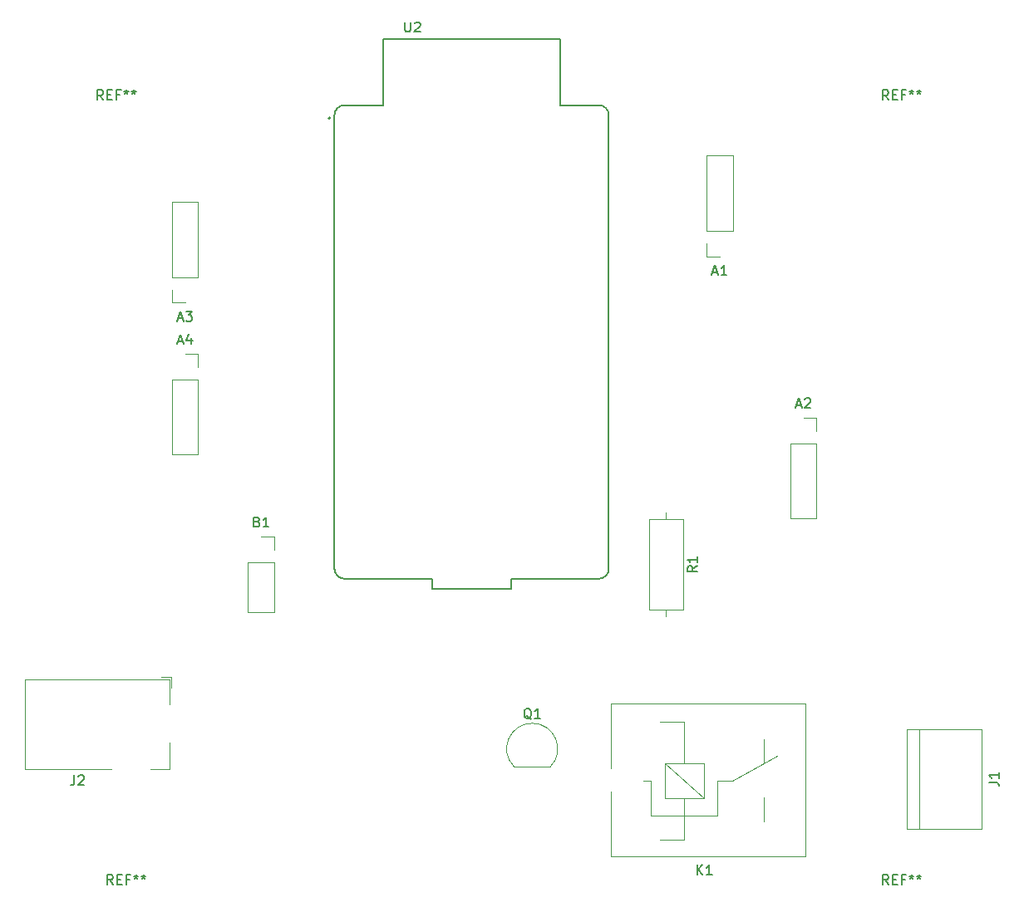
<source format=gbr>
%TF.GenerationSoftware,KiCad,Pcbnew,9.0.0*%
%TF.CreationDate,2025-02-27T14:40:57-05:00*%
%TF.ProjectId,pcb1prototipo,70636231-7072-46f7-946f-7469706f2e6b,rev?*%
%TF.SameCoordinates,Original*%
%TF.FileFunction,Legend,Top*%
%TF.FilePolarity,Positive*%
%FSLAX46Y46*%
G04 Gerber Fmt 4.6, Leading zero omitted, Abs format (unit mm)*
G04 Created by KiCad (PCBNEW 9.0.0) date 2025-02-27 14:40:57*
%MOMM*%
%LPD*%
G01*
G04 APERTURE LIST*
%ADD10C,0.150000*%
%ADD11C,0.120000*%
%ADD12C,0.200000*%
%ADD13C,0.127000*%
G04 APERTURE END LIST*
D10*
X153666666Y-37654819D02*
X153333333Y-37178628D01*
X153095238Y-37654819D02*
X153095238Y-36654819D01*
X153095238Y-36654819D02*
X153476190Y-36654819D01*
X153476190Y-36654819D02*
X153571428Y-36702438D01*
X153571428Y-36702438D02*
X153619047Y-36750057D01*
X153619047Y-36750057D02*
X153666666Y-36845295D01*
X153666666Y-36845295D02*
X153666666Y-36988152D01*
X153666666Y-36988152D02*
X153619047Y-37083390D01*
X153619047Y-37083390D02*
X153571428Y-37131009D01*
X153571428Y-37131009D02*
X153476190Y-37178628D01*
X153476190Y-37178628D02*
X153095238Y-37178628D01*
X154095238Y-37131009D02*
X154428571Y-37131009D01*
X154571428Y-37654819D02*
X154095238Y-37654819D01*
X154095238Y-37654819D02*
X154095238Y-36654819D01*
X154095238Y-36654819D02*
X154571428Y-36654819D01*
X155333333Y-37131009D02*
X155000000Y-37131009D01*
X155000000Y-37654819D02*
X155000000Y-36654819D01*
X155000000Y-36654819D02*
X155476190Y-36654819D01*
X156000000Y-36654819D02*
X156000000Y-36892914D01*
X155761905Y-36797676D02*
X156000000Y-36892914D01*
X156000000Y-36892914D02*
X156238095Y-36797676D01*
X155857143Y-37083390D02*
X156000000Y-36892914D01*
X156000000Y-36892914D02*
X156142857Y-37083390D01*
X156761905Y-36654819D02*
X156761905Y-36892914D01*
X156523810Y-36797676D02*
X156761905Y-36892914D01*
X156761905Y-36892914D02*
X157000000Y-36797676D01*
X156619048Y-37083390D02*
X156761905Y-36892914D01*
X156761905Y-36892914D02*
X156904762Y-37083390D01*
X81285714Y-59939104D02*
X81761904Y-59939104D01*
X81190476Y-60224819D02*
X81523809Y-59224819D01*
X81523809Y-59224819D02*
X81857142Y-60224819D01*
X82095238Y-59224819D02*
X82714285Y-59224819D01*
X82714285Y-59224819D02*
X82380952Y-59605771D01*
X82380952Y-59605771D02*
X82523809Y-59605771D01*
X82523809Y-59605771D02*
X82619047Y-59653390D01*
X82619047Y-59653390D02*
X82666666Y-59701009D01*
X82666666Y-59701009D02*
X82714285Y-59796247D01*
X82714285Y-59796247D02*
X82714285Y-60034342D01*
X82714285Y-60034342D02*
X82666666Y-60129580D01*
X82666666Y-60129580D02*
X82619047Y-60177200D01*
X82619047Y-60177200D02*
X82523809Y-60224819D01*
X82523809Y-60224819D02*
X82238095Y-60224819D01*
X82238095Y-60224819D02*
X82142857Y-60177200D01*
X82142857Y-60177200D02*
X82095238Y-60129580D01*
X104405595Y-29722319D02*
X104405595Y-30531842D01*
X104405595Y-30531842D02*
X104453214Y-30627080D01*
X104453214Y-30627080D02*
X104500833Y-30674700D01*
X104500833Y-30674700D02*
X104596071Y-30722319D01*
X104596071Y-30722319D02*
X104786547Y-30722319D01*
X104786547Y-30722319D02*
X104881785Y-30674700D01*
X104881785Y-30674700D02*
X104929404Y-30627080D01*
X104929404Y-30627080D02*
X104977023Y-30531842D01*
X104977023Y-30531842D02*
X104977023Y-29722319D01*
X105405595Y-29817557D02*
X105453214Y-29769938D01*
X105453214Y-29769938D02*
X105548452Y-29722319D01*
X105548452Y-29722319D02*
X105786547Y-29722319D01*
X105786547Y-29722319D02*
X105881785Y-29769938D01*
X105881785Y-29769938D02*
X105929404Y-29817557D01*
X105929404Y-29817557D02*
X105977023Y-29912795D01*
X105977023Y-29912795D02*
X105977023Y-30008033D01*
X105977023Y-30008033D02*
X105929404Y-30150890D01*
X105929404Y-30150890D02*
X105357976Y-30722319D01*
X105357976Y-30722319D02*
X105977023Y-30722319D01*
X134174819Y-85166666D02*
X133698628Y-85499999D01*
X134174819Y-85738094D02*
X133174819Y-85738094D01*
X133174819Y-85738094D02*
X133174819Y-85357142D01*
X133174819Y-85357142D02*
X133222438Y-85261904D01*
X133222438Y-85261904D02*
X133270057Y-85214285D01*
X133270057Y-85214285D02*
X133365295Y-85166666D01*
X133365295Y-85166666D02*
X133508152Y-85166666D01*
X133508152Y-85166666D02*
X133603390Y-85214285D01*
X133603390Y-85214285D02*
X133651009Y-85261904D01*
X133651009Y-85261904D02*
X133698628Y-85357142D01*
X133698628Y-85357142D02*
X133698628Y-85738094D01*
X134174819Y-84214285D02*
X134174819Y-84785713D01*
X134174819Y-84499999D02*
X133174819Y-84499999D01*
X133174819Y-84499999D02*
X133317676Y-84595237D01*
X133317676Y-84595237D02*
X133412914Y-84690475D01*
X133412914Y-84690475D02*
X133460533Y-84785713D01*
X81285714Y-62279104D02*
X81761904Y-62279104D01*
X81190476Y-62564819D02*
X81523809Y-61564819D01*
X81523809Y-61564819D02*
X81857142Y-62564819D01*
X82619047Y-61898152D02*
X82619047Y-62564819D01*
X82380952Y-61517200D02*
X82142857Y-62231485D01*
X82142857Y-62231485D02*
X82761904Y-62231485D01*
X89340238Y-80661009D02*
X89483095Y-80708628D01*
X89483095Y-80708628D02*
X89530714Y-80756247D01*
X89530714Y-80756247D02*
X89578333Y-80851485D01*
X89578333Y-80851485D02*
X89578333Y-80994342D01*
X89578333Y-80994342D02*
X89530714Y-81089580D01*
X89530714Y-81089580D02*
X89483095Y-81137200D01*
X89483095Y-81137200D02*
X89387857Y-81184819D01*
X89387857Y-81184819D02*
X89006905Y-81184819D01*
X89006905Y-81184819D02*
X89006905Y-80184819D01*
X89006905Y-80184819D02*
X89340238Y-80184819D01*
X89340238Y-80184819D02*
X89435476Y-80232438D01*
X89435476Y-80232438D02*
X89483095Y-80280057D01*
X89483095Y-80280057D02*
X89530714Y-80375295D01*
X89530714Y-80375295D02*
X89530714Y-80470533D01*
X89530714Y-80470533D02*
X89483095Y-80565771D01*
X89483095Y-80565771D02*
X89435476Y-80613390D01*
X89435476Y-80613390D02*
X89340238Y-80661009D01*
X89340238Y-80661009D02*
X89006905Y-80661009D01*
X90530714Y-81184819D02*
X89959286Y-81184819D01*
X90245000Y-81184819D02*
X90245000Y-80184819D01*
X90245000Y-80184819D02*
X90149762Y-80327676D01*
X90149762Y-80327676D02*
X90054524Y-80422914D01*
X90054524Y-80422914D02*
X89959286Y-80470533D01*
X153666666Y-117654819D02*
X153333333Y-117178628D01*
X153095238Y-117654819D02*
X153095238Y-116654819D01*
X153095238Y-116654819D02*
X153476190Y-116654819D01*
X153476190Y-116654819D02*
X153571428Y-116702438D01*
X153571428Y-116702438D02*
X153619047Y-116750057D01*
X153619047Y-116750057D02*
X153666666Y-116845295D01*
X153666666Y-116845295D02*
X153666666Y-116988152D01*
X153666666Y-116988152D02*
X153619047Y-117083390D01*
X153619047Y-117083390D02*
X153571428Y-117131009D01*
X153571428Y-117131009D02*
X153476190Y-117178628D01*
X153476190Y-117178628D02*
X153095238Y-117178628D01*
X154095238Y-117131009D02*
X154428571Y-117131009D01*
X154571428Y-117654819D02*
X154095238Y-117654819D01*
X154095238Y-117654819D02*
X154095238Y-116654819D01*
X154095238Y-116654819D02*
X154571428Y-116654819D01*
X155333333Y-117131009D02*
X155000000Y-117131009D01*
X155000000Y-117654819D02*
X155000000Y-116654819D01*
X155000000Y-116654819D02*
X155476190Y-116654819D01*
X156000000Y-116654819D02*
X156000000Y-116892914D01*
X155761905Y-116797676D02*
X156000000Y-116892914D01*
X156000000Y-116892914D02*
X156238095Y-116797676D01*
X155857143Y-117083390D02*
X156000000Y-116892914D01*
X156000000Y-116892914D02*
X156142857Y-117083390D01*
X156761905Y-116654819D02*
X156761905Y-116892914D01*
X156523810Y-116797676D02*
X156761905Y-116892914D01*
X156761905Y-116892914D02*
X157000000Y-116797676D01*
X156619048Y-117083390D02*
X156761905Y-116892914D01*
X156761905Y-116892914D02*
X156904762Y-117083390D01*
X74666666Y-117654819D02*
X74333333Y-117178628D01*
X74095238Y-117654819D02*
X74095238Y-116654819D01*
X74095238Y-116654819D02*
X74476190Y-116654819D01*
X74476190Y-116654819D02*
X74571428Y-116702438D01*
X74571428Y-116702438D02*
X74619047Y-116750057D01*
X74619047Y-116750057D02*
X74666666Y-116845295D01*
X74666666Y-116845295D02*
X74666666Y-116988152D01*
X74666666Y-116988152D02*
X74619047Y-117083390D01*
X74619047Y-117083390D02*
X74571428Y-117131009D01*
X74571428Y-117131009D02*
X74476190Y-117178628D01*
X74476190Y-117178628D02*
X74095238Y-117178628D01*
X75095238Y-117131009D02*
X75428571Y-117131009D01*
X75571428Y-117654819D02*
X75095238Y-117654819D01*
X75095238Y-117654819D02*
X75095238Y-116654819D01*
X75095238Y-116654819D02*
X75571428Y-116654819D01*
X76333333Y-117131009D02*
X76000000Y-117131009D01*
X76000000Y-117654819D02*
X76000000Y-116654819D01*
X76000000Y-116654819D02*
X76476190Y-116654819D01*
X77000000Y-116654819D02*
X77000000Y-116892914D01*
X76761905Y-116797676D02*
X77000000Y-116892914D01*
X77000000Y-116892914D02*
X77238095Y-116797676D01*
X76857143Y-117083390D02*
X77000000Y-116892914D01*
X77000000Y-116892914D02*
X77142857Y-117083390D01*
X77761905Y-116654819D02*
X77761905Y-116892914D01*
X77523810Y-116797676D02*
X77761905Y-116892914D01*
X77761905Y-116892914D02*
X78000000Y-116797676D01*
X77619048Y-117083390D02*
X77761905Y-116892914D01*
X77761905Y-116892914D02*
X77904762Y-117083390D01*
X70716666Y-106504819D02*
X70716666Y-107219104D01*
X70716666Y-107219104D02*
X70669047Y-107361961D01*
X70669047Y-107361961D02*
X70573809Y-107457200D01*
X70573809Y-107457200D02*
X70430952Y-107504819D01*
X70430952Y-107504819D02*
X70335714Y-107504819D01*
X71145238Y-106600057D02*
X71192857Y-106552438D01*
X71192857Y-106552438D02*
X71288095Y-106504819D01*
X71288095Y-106504819D02*
X71526190Y-106504819D01*
X71526190Y-106504819D02*
X71621428Y-106552438D01*
X71621428Y-106552438D02*
X71669047Y-106600057D01*
X71669047Y-106600057D02*
X71716666Y-106695295D01*
X71716666Y-106695295D02*
X71716666Y-106790533D01*
X71716666Y-106790533D02*
X71669047Y-106933390D01*
X71669047Y-106933390D02*
X71097619Y-107504819D01*
X71097619Y-107504819D02*
X71716666Y-107504819D01*
X135760714Y-55239104D02*
X136236904Y-55239104D01*
X135665476Y-55524819D02*
X135998809Y-54524819D01*
X135998809Y-54524819D02*
X136332142Y-55524819D01*
X137189285Y-55524819D02*
X136617857Y-55524819D01*
X136903571Y-55524819D02*
X136903571Y-54524819D01*
X136903571Y-54524819D02*
X136808333Y-54667676D01*
X136808333Y-54667676D02*
X136713095Y-54762914D01*
X136713095Y-54762914D02*
X136617857Y-54810533D01*
X134161905Y-116654819D02*
X134161905Y-115654819D01*
X134733333Y-116654819D02*
X134304762Y-116083390D01*
X134733333Y-115654819D02*
X134161905Y-116226247D01*
X135685714Y-116654819D02*
X135114286Y-116654819D01*
X135400000Y-116654819D02*
X135400000Y-115654819D01*
X135400000Y-115654819D02*
X135304762Y-115797676D01*
X135304762Y-115797676D02*
X135209524Y-115892914D01*
X135209524Y-115892914D02*
X135114286Y-115940533D01*
X144285714Y-68779104D02*
X144761904Y-68779104D01*
X144190476Y-69064819D02*
X144523809Y-68064819D01*
X144523809Y-68064819D02*
X144857142Y-69064819D01*
X145142857Y-68160057D02*
X145190476Y-68112438D01*
X145190476Y-68112438D02*
X145285714Y-68064819D01*
X145285714Y-68064819D02*
X145523809Y-68064819D01*
X145523809Y-68064819D02*
X145619047Y-68112438D01*
X145619047Y-68112438D02*
X145666666Y-68160057D01*
X145666666Y-68160057D02*
X145714285Y-68255295D01*
X145714285Y-68255295D02*
X145714285Y-68350533D01*
X145714285Y-68350533D02*
X145666666Y-68493390D01*
X145666666Y-68493390D02*
X145095238Y-69064819D01*
X145095238Y-69064819D02*
X145714285Y-69064819D01*
X117274761Y-100790057D02*
X117179523Y-100742438D01*
X117179523Y-100742438D02*
X117084285Y-100647200D01*
X117084285Y-100647200D02*
X116941428Y-100504342D01*
X116941428Y-100504342D02*
X116846190Y-100456723D01*
X116846190Y-100456723D02*
X116750952Y-100456723D01*
X116798571Y-100694819D02*
X116703333Y-100647200D01*
X116703333Y-100647200D02*
X116608095Y-100551961D01*
X116608095Y-100551961D02*
X116560476Y-100361485D01*
X116560476Y-100361485D02*
X116560476Y-100028152D01*
X116560476Y-100028152D02*
X116608095Y-99837676D01*
X116608095Y-99837676D02*
X116703333Y-99742438D01*
X116703333Y-99742438D02*
X116798571Y-99694819D01*
X116798571Y-99694819D02*
X116989047Y-99694819D01*
X116989047Y-99694819D02*
X117084285Y-99742438D01*
X117084285Y-99742438D02*
X117179523Y-99837676D01*
X117179523Y-99837676D02*
X117227142Y-100028152D01*
X117227142Y-100028152D02*
X117227142Y-100361485D01*
X117227142Y-100361485D02*
X117179523Y-100551961D01*
X117179523Y-100551961D02*
X117084285Y-100647200D01*
X117084285Y-100647200D02*
X116989047Y-100694819D01*
X116989047Y-100694819D02*
X116798571Y-100694819D01*
X118179523Y-100694819D02*
X117608095Y-100694819D01*
X117893809Y-100694819D02*
X117893809Y-99694819D01*
X117893809Y-99694819D02*
X117798571Y-99837676D01*
X117798571Y-99837676D02*
X117703333Y-99932914D01*
X117703333Y-99932914D02*
X117608095Y-99980533D01*
X73666666Y-37654819D02*
X73333333Y-37178628D01*
X73095238Y-37654819D02*
X73095238Y-36654819D01*
X73095238Y-36654819D02*
X73476190Y-36654819D01*
X73476190Y-36654819D02*
X73571428Y-36702438D01*
X73571428Y-36702438D02*
X73619047Y-36750057D01*
X73619047Y-36750057D02*
X73666666Y-36845295D01*
X73666666Y-36845295D02*
X73666666Y-36988152D01*
X73666666Y-36988152D02*
X73619047Y-37083390D01*
X73619047Y-37083390D02*
X73571428Y-37131009D01*
X73571428Y-37131009D02*
X73476190Y-37178628D01*
X73476190Y-37178628D02*
X73095238Y-37178628D01*
X74095238Y-37131009D02*
X74428571Y-37131009D01*
X74571428Y-37654819D02*
X74095238Y-37654819D01*
X74095238Y-37654819D02*
X74095238Y-36654819D01*
X74095238Y-36654819D02*
X74571428Y-36654819D01*
X75333333Y-37131009D02*
X75000000Y-37131009D01*
X75000000Y-37654819D02*
X75000000Y-36654819D01*
X75000000Y-36654819D02*
X75476190Y-36654819D01*
X76000000Y-36654819D02*
X76000000Y-36892914D01*
X75761905Y-36797676D02*
X76000000Y-36892914D01*
X76000000Y-36892914D02*
X76238095Y-36797676D01*
X75857143Y-37083390D02*
X76000000Y-36892914D01*
X76000000Y-36892914D02*
X76142857Y-37083390D01*
X76761905Y-36654819D02*
X76761905Y-36892914D01*
X76523810Y-36797676D02*
X76761905Y-36892914D01*
X76761905Y-36892914D02*
X77000000Y-36797676D01*
X76619048Y-37083390D02*
X76761905Y-36892914D01*
X76761905Y-36892914D02*
X76904762Y-37083390D01*
X163884819Y-107223333D02*
X164599104Y-107223333D01*
X164599104Y-107223333D02*
X164741961Y-107270952D01*
X164741961Y-107270952D02*
X164837200Y-107366190D01*
X164837200Y-107366190D02*
X164884819Y-107509047D01*
X164884819Y-107509047D02*
X164884819Y-107604285D01*
X164884819Y-106223333D02*
X164884819Y-106794761D01*
X164884819Y-106509047D02*
X163884819Y-106509047D01*
X163884819Y-106509047D02*
X164027676Y-106604285D01*
X164027676Y-106604285D02*
X164122914Y-106699523D01*
X164122914Y-106699523D02*
X164170533Y-106794761D01*
D11*
%TO.C,A3*%
X80670000Y-55730000D02*
X80670000Y-48050000D01*
X80670000Y-58330000D02*
X80670000Y-57000000D01*
X82000000Y-58330000D02*
X80670000Y-58330000D01*
X83330000Y-48050000D02*
X80670000Y-48050000D01*
X83330000Y-55730000D02*
X80670000Y-55730000D01*
X83330000Y-55730000D02*
X83330000Y-48050000D01*
D12*
%TO.C,U2*%
X96800000Y-39500000D02*
G75*
G02*
X96600000Y-39500000I-100000J0D01*
G01*
X96600000Y-39500000D02*
G75*
G02*
X96800000Y-39500000I100000J0D01*
G01*
D13*
X115250000Y-87465000D02*
X115250000Y-86465000D01*
X107150000Y-87465000D02*
X115250000Y-87465000D01*
X107150000Y-86465000D02*
X107150000Y-87465000D01*
X120200000Y-31465000D02*
X120200000Y-38205000D01*
X102200000Y-31465000D02*
X120200000Y-31465000D01*
X102200000Y-38205000D02*
X102200000Y-31465000D01*
X97230000Y-39205000D02*
G75*
G02*
X98230000Y-38205000I1000000J0D01*
G01*
X124170000Y-38205000D02*
G75*
G02*
X125170000Y-39205000I0J-1000000D01*
G01*
X125170000Y-85465000D02*
G75*
G02*
X124170000Y-86465000I-1000000J0D01*
G01*
X98230000Y-86465000D02*
G75*
G02*
X97230000Y-85465000I0J1000000D01*
G01*
X120200000Y-38205000D02*
X124170000Y-38205000D01*
X98230000Y-38205000D02*
X102200000Y-38205000D01*
X125170000Y-85465000D02*
X125170000Y-39205000D01*
X115250000Y-86465000D02*
X124170000Y-86465000D01*
X98230000Y-86465000D02*
X107150000Y-86465000D01*
X97230000Y-85465000D02*
X97230000Y-39205000D01*
D11*
%TO.C,R1*%
X131000000Y-90310000D02*
X131000000Y-89620000D01*
X129280000Y-89620000D02*
X132720000Y-89620000D01*
X132720000Y-89620000D02*
X132720000Y-80380000D01*
X129280000Y-80380000D02*
X129280000Y-89620000D01*
X132720000Y-80380000D02*
X129280000Y-80380000D01*
X131000000Y-79690000D02*
X131000000Y-80380000D01*
%TO.C,A4*%
X83330000Y-66150000D02*
X83330000Y-73830000D01*
X83330000Y-63550000D02*
X83330000Y-64880000D01*
X82000000Y-63550000D02*
X83330000Y-63550000D01*
X80670000Y-73830000D02*
X83330000Y-73830000D01*
X80670000Y-66150000D02*
X83330000Y-66150000D01*
X80670000Y-66150000D02*
X80670000Y-73830000D01*
%TO.C,B1*%
X91075000Y-84770000D02*
X91075000Y-89910000D01*
X91075000Y-82170000D02*
X91075000Y-83500000D01*
X89745000Y-82170000D02*
X91075000Y-82170000D01*
X88415000Y-89910000D02*
X91075000Y-89910000D01*
X88415000Y-84770000D02*
X91075000Y-84770000D01*
X88415000Y-84770000D02*
X88415000Y-89910000D01*
%TO.C,J2*%
X65700000Y-96700000D02*
X80400000Y-96700000D01*
X65700000Y-105900000D02*
X65700000Y-96700000D01*
X74500000Y-105900000D02*
X65700000Y-105900000D01*
X79550000Y-96500000D02*
X80600000Y-96500000D01*
X80400000Y-96700000D02*
X80400000Y-99300000D01*
X80400000Y-103200000D02*
X80400000Y-105900000D01*
X80400000Y-105900000D02*
X78500000Y-105900000D01*
X80600000Y-97550000D02*
X80600000Y-96500000D01*
%TO.C,A1*%
X135145000Y-51030000D02*
X135145000Y-43350000D01*
X135145000Y-53630000D02*
X135145000Y-52300000D01*
X136475000Y-53630000D02*
X135145000Y-53630000D01*
X137805000Y-43350000D02*
X135145000Y-43350000D01*
X137805000Y-51030000D02*
X135145000Y-51030000D01*
X137805000Y-51030000D02*
X137805000Y-43350000D01*
%TO.C,K1*%
X125400000Y-99200000D02*
X125400000Y-105800000D01*
X125400000Y-99200000D02*
X145200000Y-99200000D01*
X125400000Y-108200000D02*
X125400000Y-114800000D01*
X129450000Y-107050000D02*
X128650000Y-107050000D01*
X129450000Y-107050000D02*
X129450000Y-110650000D01*
X130350000Y-113050000D02*
X132850000Y-113050000D01*
X130850000Y-105250000D02*
X134850000Y-105250000D01*
X130850000Y-108850000D02*
X130850000Y-105250000D01*
X132850000Y-101050000D02*
X130350000Y-101050000D01*
X132850000Y-101050000D02*
X132850000Y-105250000D01*
X132850000Y-108850000D02*
X132850000Y-113050000D01*
X134850000Y-105250000D02*
X134850000Y-108850000D01*
X134850000Y-108850000D02*
X130850000Y-105250000D01*
X134850000Y-108850000D02*
X130850000Y-108850000D01*
X136250000Y-107050000D02*
X136250000Y-110650000D01*
X136250000Y-107050000D02*
X137750000Y-107050000D01*
X136250000Y-110650000D02*
X129450000Y-110650000D01*
X137750000Y-107050000D02*
X142350000Y-104550000D01*
X140950000Y-102800000D02*
X140950000Y-105300000D01*
X140950000Y-111200000D02*
X140950000Y-108750000D01*
X145200000Y-99200000D02*
X145200000Y-114800000D01*
X145200000Y-114800000D02*
X125400000Y-114800000D01*
%TO.C,A2*%
X146330000Y-72650000D02*
X146330000Y-80330000D01*
X146330000Y-70050000D02*
X146330000Y-71380000D01*
X145000000Y-70050000D02*
X146330000Y-70050000D01*
X143670000Y-80330000D02*
X146330000Y-80330000D01*
X143670000Y-72650000D02*
X146330000Y-72650000D01*
X143670000Y-72650000D02*
X143670000Y-80330000D01*
%TO.C,Q1*%
X115570000Y-105650000D02*
X119170000Y-105650000D01*
X115531522Y-105638478D02*
G75*
G02*
X117370000Y-101199999I1838478J1838478D01*
G01*
X117370000Y-101200000D02*
G75*
G02*
X119208478Y-105638478I0J-2600000D01*
G01*
%TO.C,J1*%
X155540000Y-101810000D02*
X155540000Y-111970000D01*
X155540000Y-111970000D02*
X163160000Y-111970000D01*
X156810000Y-111970000D02*
X156810000Y-101810000D01*
X163160000Y-101810000D02*
X155540000Y-101810000D01*
X163160000Y-111970000D02*
X163160000Y-101810000D01*
%TD*%
M02*

</source>
